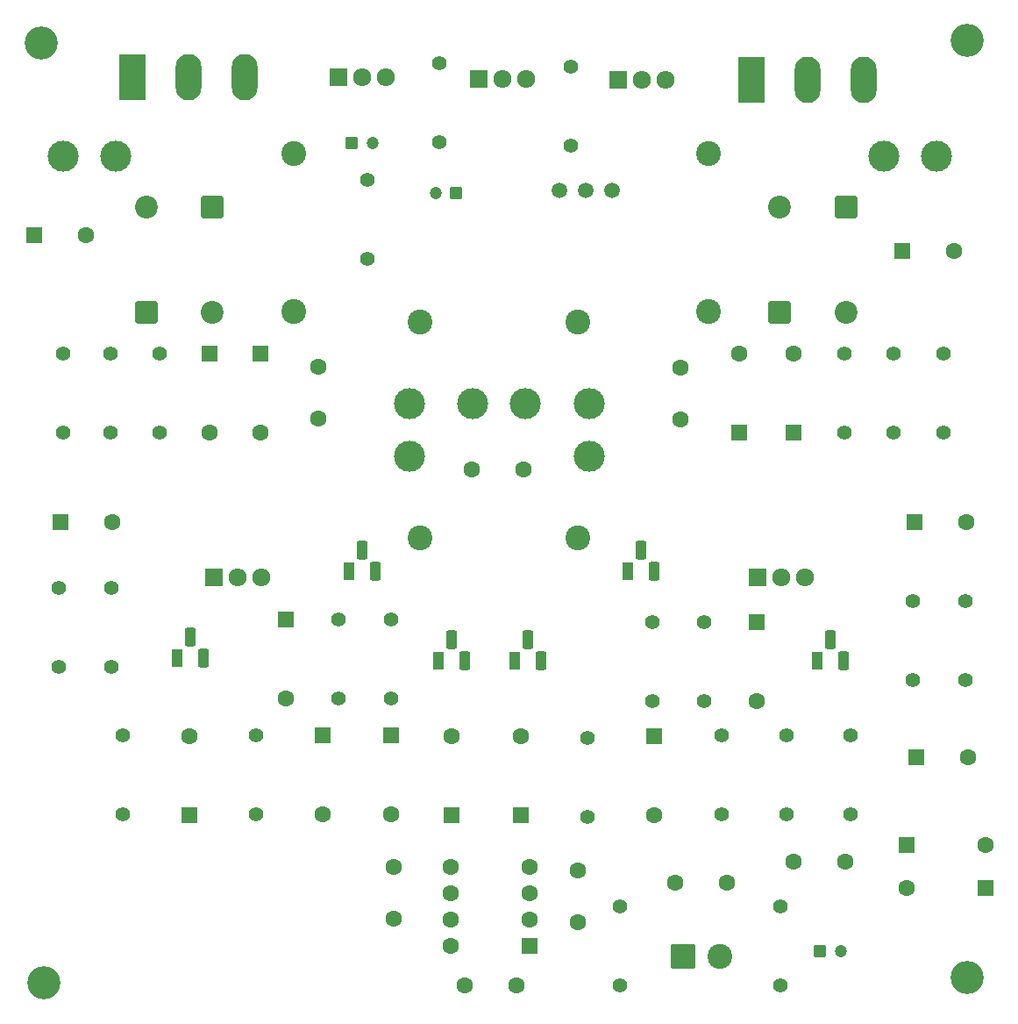
<source format=gbr>
%TF.GenerationSoftware,KiCad,Pcbnew,9.0.6*%
%TF.CreationDate,2025-11-13T08:04:48-05:00*%
%TF.ProjectId,opamp-front,6f70616d-702d-4667-926f-6e742e6b6963,rev?*%
%TF.SameCoordinates,Original*%
%TF.FileFunction,Soldermask,Bot*%
%TF.FilePolarity,Negative*%
%FSLAX46Y46*%
G04 Gerber Fmt 4.6, Leading zero omitted, Abs format (unit mm)*
G04 Created by KiCad (PCBNEW 9.0.6) date 2025-11-13 08:04:48*
%MOMM*%
%LPD*%
G01*
G04 APERTURE LIST*
G04 Aperture macros list*
%AMRoundRect*
0 Rectangle with rounded corners*
0 $1 Rounding radius*
0 $2 $3 $4 $5 $6 $7 $8 $9 X,Y pos of 4 corners*
0 Add a 4 corners polygon primitive as box body*
4,1,4,$2,$3,$4,$5,$6,$7,$8,$9,$2,$3,0*
0 Add four circle primitives for the rounded corners*
1,1,$1+$1,$2,$3*
1,1,$1+$1,$4,$5*
1,1,$1+$1,$6,$7*
1,1,$1+$1,$8,$9*
0 Add four rect primitives between the rounded corners*
20,1,$1+$1,$2,$3,$4,$5,0*
20,1,$1+$1,$4,$5,$6,$7,0*
20,1,$1+$1,$6,$7,$8,$9,0*
20,1,$1+$1,$8,$9,$2,$3,0*%
G04 Aperture macros list end*
%ADD10C,1.400000*%
%ADD11C,2.400000*%
%ADD12R,2.500000X4.500000*%
%ADD13O,2.500000X4.500000*%
%ADD14C,1.600000*%
%ADD15RoundRect,0.250000X-0.550000X0.550000X-0.550000X-0.550000X0.550000X-0.550000X0.550000X0.550000X0*%
%ADD16C,3.000000*%
%ADD17RoundRect,0.250000X-0.550000X-0.550000X0.550000X-0.550000X0.550000X0.550000X-0.550000X0.550000X0*%
%ADD18RoundRect,0.249999X-0.850001X0.850001X-0.850001X-0.850001X0.850001X-0.850001X0.850001X0.850001X0*%
%ADD19C,2.200000*%
%ADD20R,1.100000X1.800000*%
%ADD21RoundRect,0.275000X-0.275000X-0.625000X0.275000X-0.625000X0.275000X0.625000X-0.275000X0.625000X0*%
%ADD22RoundRect,0.249999X0.850001X-0.850001X0.850001X0.850001X-0.850001X0.850001X-0.850001X-0.850001X0*%
%ADD23RoundRect,0.250000X0.550000X-0.550000X0.550000X0.550000X-0.550000X0.550000X-0.550000X-0.550000X0*%
%ADD24R,1.710000X1.800000*%
%ADD25O,1.710000X1.800000*%
%ADD26RoundRect,0.250000X-0.350000X-0.350000X0.350000X-0.350000X0.350000X0.350000X-0.350000X0.350000X0*%
%ADD27C,1.200000*%
%ADD28RoundRect,0.250000X0.550000X0.550000X-0.550000X0.550000X-0.550000X-0.550000X0.550000X-0.550000X0*%
%ADD29C,3.200000*%
%ADD30RoundRect,0.250000X0.350000X0.350000X-0.350000X0.350000X-0.350000X-0.350000X0.350000X-0.350000X0*%
%ADD31C,1.512000*%
%ADD32RoundRect,0.250001X-0.949999X-0.949999X0.949999X-0.949999X0.949999X0.949999X-0.949999X0.949999X0*%
G04 APERTURE END LIST*
D10*
%TO.C,R29*%
X127762000Y-121920000D03*
X127762000Y-129540000D03*
%TD*%
D11*
%TO.C,R21*%
X92964000Y-86360000D03*
X108204000Y-86360000D03*
%TD*%
D12*
%TO.C,Q9*%
X65189000Y-41893000D03*
D13*
X70639000Y-41893000D03*
X76089000Y-41893000D03*
%TD*%
D14*
%TO.C,C2*%
X108204000Y-123404000D03*
X108204000Y-118404000D03*
%TD*%
D15*
%TO.C,D3*%
X80010000Y-94234000D03*
D14*
X80010000Y-101854000D03*
%TD*%
D10*
%TO.C,R25*%
X87884000Y-51816000D03*
X87884000Y-59436000D03*
%TD*%
D16*
%TO.C,J6*%
X137795000Y-49503000D03*
X142875000Y-49503000D03*
%TD*%
D10*
%TO.C,R27*%
X107569000Y-48514000D03*
X107569000Y-40894000D03*
%TD*%
D14*
%TO.C,C10*%
X97957000Y-79756000D03*
X102957000Y-79756000D03*
%TD*%
D17*
%TO.C,D1*%
X140007325Y-115969325D03*
D14*
X147627325Y-115969325D03*
%TD*%
%TO.C,C1*%
X97322000Y-129540000D03*
X102322000Y-129540000D03*
%TD*%
D18*
%TO.C,D17*%
X72925000Y-54456000D03*
D19*
X72925000Y-64616000D03*
%TD*%
D10*
%TO.C,R14*%
X145669000Y-100076000D03*
X145669000Y-92456000D03*
%TD*%
D20*
%TO.C,Q5*%
X94742000Y-98190000D03*
D21*
X96012000Y-96120000D03*
X97282000Y-98190000D03*
%TD*%
D22*
%TO.C,D12*%
X66548000Y-64616000D03*
D19*
X66548000Y-54456000D03*
%TD*%
D17*
%TO.C,C7*%
X140906674Y-107460325D03*
D14*
X145906674Y-107460325D03*
%TD*%
D10*
%TO.C,R26*%
X94869000Y-48133000D03*
X94869000Y-40513000D03*
%TD*%
%TO.C,R12*%
X134615000Y-112990000D03*
X134615000Y-105370000D03*
%TD*%
D16*
%TO.C,J2*%
X91948000Y-78486000D03*
X91948000Y-73406000D03*
%TD*%
D23*
%TO.C,D16*%
X123790000Y-76200000D03*
D14*
X123790000Y-68580000D03*
%TD*%
D15*
%TO.C,D9*%
X125476000Y-94488000D03*
D14*
X125476000Y-102108000D03*
%TD*%
D24*
%TO.C,Q1*%
X73108000Y-90170000D03*
D25*
X75388000Y-90170000D03*
X77668000Y-90170000D03*
%TD*%
D10*
%TO.C,R11*%
X120396000Y-102108000D03*
X120396000Y-94488000D03*
%TD*%
D26*
%TO.C,C4*%
X131615401Y-126238000D03*
D27*
X133615401Y-126238000D03*
%TD*%
D22*
%TO.C,D14*%
X127751000Y-64616000D03*
D19*
X127751000Y-54456000D03*
%TD*%
D10*
%TO.C,R9*%
X122104727Y-112990000D03*
X122104727Y-105370000D03*
%TD*%
%TO.C,R22*%
X138730000Y-76200000D03*
X138730000Y-68580000D03*
%TD*%
D28*
%TO.C,D2*%
X147627325Y-120142000D03*
D14*
X140007325Y-120142000D03*
%TD*%
D11*
%TO.C,R18*%
X80772000Y-64516000D03*
X80772000Y-49276000D03*
%TD*%
D14*
%TO.C,C11*%
X118110000Y-69890000D03*
X118110000Y-74890000D03*
%TD*%
%TO.C,C6*%
X129072000Y-117602000D03*
X134072000Y-117602000D03*
%TD*%
D17*
%TO.C,C8*%
X58247349Y-84836000D03*
D14*
X63247349Y-84836000D03*
%TD*%
D10*
%TO.C,R13*%
X128359864Y-112990000D03*
X128359864Y-105370000D03*
%TD*%
D15*
%TO.C,D8*%
X90170000Y-105370000D03*
D14*
X90170000Y-112990000D03*
%TD*%
D10*
%TO.C,R7*%
X90170000Y-101854000D03*
X90170000Y-94234000D03*
%TD*%
%TO.C,R23*%
X133950000Y-76200000D03*
X133950000Y-68580000D03*
%TD*%
D24*
%TO.C,Q7*%
X125615000Y-90170000D03*
D25*
X127895000Y-90170000D03*
X130175000Y-90170000D03*
%TD*%
D16*
%TO.C,J3*%
X98044000Y-73379000D03*
X103124000Y-73379000D03*
%TD*%
D10*
%TO.C,R3*%
X63190000Y-91186000D03*
X63190000Y-98806000D03*
%TD*%
%TO.C,R8*%
X109194455Y-105624000D03*
X109194455Y-113244000D03*
%TD*%
D14*
%TO.C,C9*%
X83222105Y-69840105D03*
X83222105Y-74840105D03*
%TD*%
%TO.C,C3*%
X90424000Y-118110000D03*
X90424000Y-123110000D03*
%TD*%
D15*
%TO.C,D11*%
X77634105Y-68530105D03*
D14*
X77634105Y-76150105D03*
%TD*%
D16*
%TO.C,J4*%
X109320000Y-78486000D03*
X109320000Y-73406000D03*
%TD*%
D10*
%TO.C,R10*%
X115443000Y-102108000D03*
X115443000Y-94488000D03*
%TD*%
D17*
%TO.C,C16*%
X139583349Y-58674000D03*
D14*
X144583349Y-58674000D03*
%TD*%
D29*
%TO.C,REF\u002A\u002A*%
X56388000Y-38608000D03*
%TD*%
D10*
%TO.C,R1*%
X112268000Y-121920000D03*
X112268000Y-129540000D03*
%TD*%
D23*
%TO.C,D5*%
X70717136Y-113090000D03*
D14*
X70717136Y-105470000D03*
%TD*%
D10*
%TO.C,R4*%
X85090000Y-94234000D03*
X85090000Y-101854000D03*
%TD*%
D15*
%TO.C,D13*%
X72666905Y-68530105D03*
D14*
X72666905Y-76150105D03*
%TD*%
D24*
%TO.C,Q12*%
X112142000Y-42164000D03*
D25*
X114422000Y-42164000D03*
X116702000Y-42164000D03*
%TD*%
D23*
%TO.C,D15*%
X129032000Y-76200000D03*
D14*
X129032000Y-68580000D03*
%TD*%
D10*
%TO.C,R6*%
X64262000Y-105370000D03*
X64262000Y-112990000D03*
%TD*%
D11*
%TO.C,R20*%
X92964000Y-65532000D03*
X108204000Y-65532000D03*
%TD*%
D20*
%TO.C,Q2*%
X69540000Y-97936000D03*
D21*
X70810000Y-95866000D03*
X72080000Y-97936000D03*
%TD*%
D29*
%TO.C,REF\u002A\u002A*%
X145796000Y-128778000D03*
%TD*%
D11*
%TO.C,R28*%
X120893000Y-49276000D03*
X120893000Y-64516000D03*
%TD*%
D10*
%TO.C,R2*%
X58110000Y-91186000D03*
X58110000Y-98806000D03*
%TD*%
D30*
%TO.C,C15*%
X96488000Y-53086000D03*
D27*
X94488000Y-53086000D03*
%TD*%
D10*
%TO.C,R16*%
X63156105Y-68530105D03*
X63156105Y-76150105D03*
%TD*%
%TO.C,R19*%
X67839305Y-68530105D03*
X67839305Y-76150105D03*
%TD*%
D15*
%TO.C,D10*%
X115649591Y-105470000D03*
D14*
X115649591Y-113090000D03*
%TD*%
D18*
%TO.C,D18*%
X134112000Y-54456000D03*
D19*
X134112000Y-64616000D03*
%TD*%
D20*
%TO.C,Q3*%
X86106000Y-89554000D03*
D21*
X87376000Y-87484000D03*
X88646000Y-89554000D03*
%TD*%
D31*
%TO.C,RV1*%
X106426000Y-52832000D03*
X108966000Y-52832000D03*
X111506000Y-52832000D03*
%TD*%
D10*
%TO.C,R24*%
X143510000Y-68580000D03*
X143510000Y-76200000D03*
%TD*%
D20*
%TO.C,Q6*%
X113030000Y-89554000D03*
D21*
X114300000Y-87484000D03*
X115570000Y-89554000D03*
%TD*%
D24*
%TO.C,Q10*%
X85102000Y-41910000D03*
D25*
X87382000Y-41910000D03*
X89662000Y-41910000D03*
%TD*%
D29*
%TO.C,REF\u002A\u002A*%
X56642000Y-129286000D03*
%TD*%
D24*
%TO.C,Q11*%
X98691000Y-42037000D03*
D25*
X100971000Y-42037000D03*
X103251000Y-42037000D03*
%TD*%
D10*
%TO.C,R15*%
X140589000Y-100076000D03*
X140589000Y-92456000D03*
%TD*%
D20*
%TO.C,Q8*%
X131318000Y-98190000D03*
D21*
X132588000Y-96120000D03*
X133858000Y-98190000D03*
%TD*%
D10*
%TO.C,R5*%
X77172273Y-112990000D03*
X77172273Y-105370000D03*
%TD*%
D20*
%TO.C,Q4*%
X102108000Y-98190000D03*
D21*
X103378000Y-96120000D03*
X104648000Y-98190000D03*
%TD*%
D29*
%TO.C,REF\u002A\u002A*%
X145796000Y-38354000D03*
%TD*%
D14*
%TO.C,C5*%
X122642000Y-119634000D03*
X117642000Y-119634000D03*
%TD*%
D16*
%TO.C,J5*%
X58574000Y-49503000D03*
X63654000Y-49503000D03*
%TD*%
D26*
%TO.C,C14*%
X86403401Y-48260000D03*
D27*
X88403401Y-48260000D03*
%TD*%
D15*
%TO.C,D4*%
X83627409Y-105370000D03*
D14*
X83627409Y-112990000D03*
%TD*%
D28*
%TO.C,U1*%
X103627000Y-125690000D03*
D14*
X103627000Y-123150000D03*
X103627000Y-120610000D03*
X103627000Y-118070000D03*
X96007000Y-118070000D03*
X96007000Y-120610000D03*
X96007000Y-123150000D03*
X96007000Y-125690000D03*
%TD*%
D17*
%TO.C,C12*%
X140726349Y-84836000D03*
D14*
X145726349Y-84836000D03*
%TD*%
D10*
%TO.C,R17*%
X58584105Y-76150105D03*
X58584105Y-68530105D03*
%TD*%
D17*
%TO.C,C13*%
X55763349Y-57150000D03*
D14*
X60763349Y-57150000D03*
%TD*%
D12*
%TO.C,Q13*%
X124968000Y-42120000D03*
D13*
X130418000Y-42120000D03*
X135868000Y-42120000D03*
%TD*%
D23*
%TO.C,D6*%
X102739318Y-113090000D03*
D14*
X102739318Y-105470000D03*
%TD*%
D23*
%TO.C,D7*%
X96084182Y-113090000D03*
D14*
X96084182Y-105470000D03*
%TD*%
D32*
%TO.C,J1*%
X118420000Y-126746000D03*
D11*
X121920000Y-126746000D03*
%TD*%
M02*

</source>
